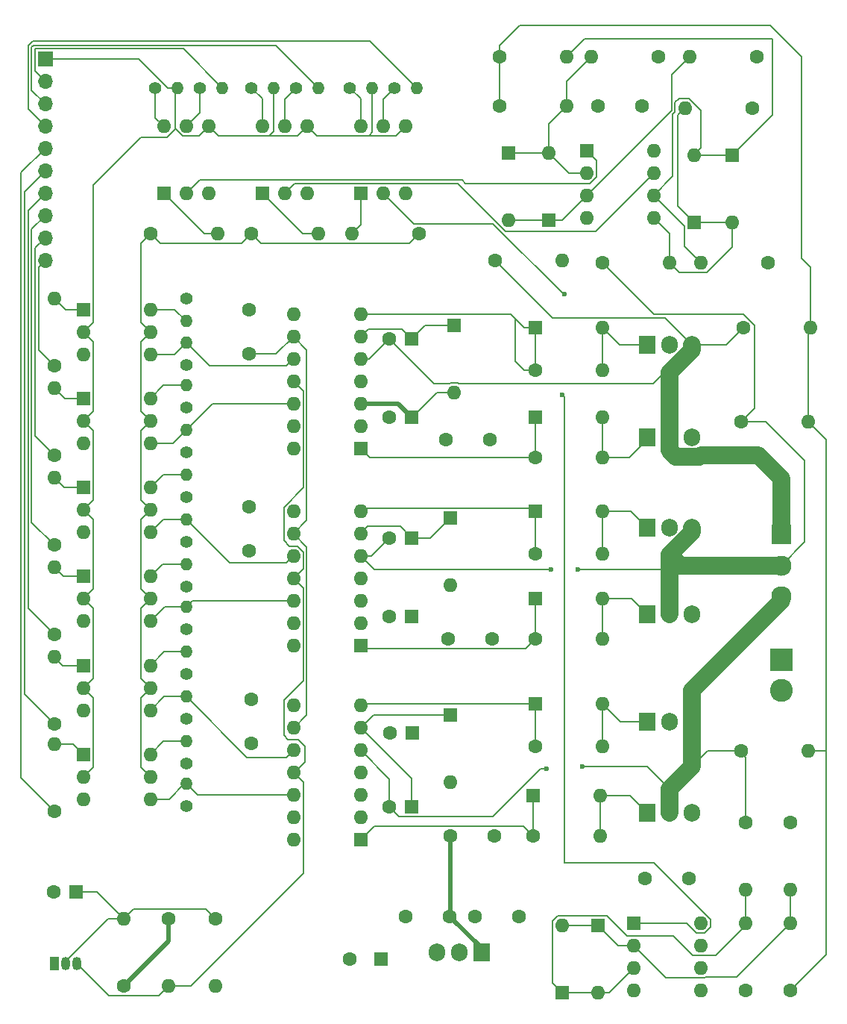
<source format=gbr>
%TF.GenerationSoftware,KiCad,Pcbnew,8.0.7*%
%TF.CreationDate,2025-01-10T08:42:05-05:00*%
%TF.ProjectId,esc,6573632e-6b69-4636-9164-5f7063625858,rev?*%
%TF.SameCoordinates,Original*%
%TF.FileFunction,Copper,L1,Top*%
%TF.FilePolarity,Positive*%
%FSLAX46Y46*%
G04 Gerber Fmt 4.6, Leading zero omitted, Abs format (unit mm)*
G04 Created by KiCad (PCBNEW 8.0.7) date 2025-01-10 08:42:05*
%MOMM*%
%LPD*%
G01*
G04 APERTURE LIST*
%TA.AperFunction,ComponentPad*%
%ADD10C,1.600000*%
%TD*%
%TA.AperFunction,ComponentPad*%
%ADD11O,1.600000X1.600000*%
%TD*%
%TA.AperFunction,ComponentPad*%
%ADD12R,2.600000X2.600000*%
%TD*%
%TA.AperFunction,ComponentPad*%
%ADD13C,2.600000*%
%TD*%
%TA.AperFunction,ComponentPad*%
%ADD14C,2.300000*%
%TD*%
%TA.AperFunction,ComponentPad*%
%ADD15R,2.300000X2.300000*%
%TD*%
%TA.AperFunction,ComponentPad*%
%ADD16R,1.600000X1.600000*%
%TD*%
%TA.AperFunction,ComponentPad*%
%ADD17C,1.400000*%
%TD*%
%TA.AperFunction,ComponentPad*%
%ADD18O,1.400000X1.400000*%
%TD*%
%TA.AperFunction,ComponentPad*%
%ADD19O,1.700000X1.700000*%
%TD*%
%TA.AperFunction,ComponentPad*%
%ADD20R,1.700000X1.700000*%
%TD*%
%TA.AperFunction,ComponentPad*%
%ADD21O,1.905000X2.000000*%
%TD*%
%TA.AperFunction,ComponentPad*%
%ADD22R,1.905000X2.000000*%
%TD*%
%TA.AperFunction,ComponentPad*%
%ADD23O,1.050000X1.500000*%
%TD*%
%TA.AperFunction,ComponentPad*%
%ADD24R,1.050000X1.500000*%
%TD*%
%TA.AperFunction,ViaPad*%
%ADD25C,0.600000*%
%TD*%
%TA.AperFunction,Conductor*%
%ADD26C,0.200000*%
%TD*%
%TA.AperFunction,Conductor*%
%ADD27C,2.000000*%
%TD*%
%TA.AperFunction,Conductor*%
%ADD28C,0.500000*%
%TD*%
G04 APERTURE END LIST*
D10*
%TO.P,R34,1*%
%TO.N,W_LO*%
X35306000Y-118110000D03*
D11*
%TO.P,R34,2*%
%TO.N,Net-(R34-Pad2)*%
X35306000Y-110490000D03*
%TD*%
D10*
%TO.P,R33,1*%
%TO.N,W_HI*%
X35306000Y-108204000D03*
D11*
%TO.P,R33,2*%
%TO.N,Net-(R33-Pad2)*%
X35306000Y-100584000D03*
%TD*%
D10*
%TO.P,R30,1*%
%TO.N,V_LO*%
X35306000Y-98044000D03*
D11*
%TO.P,R30,2*%
%TO.N,Net-(R30-Pad2)*%
X35306000Y-90424000D03*
%TD*%
D10*
%TO.P,R29,1*%
%TO.N,V_HI*%
X35306000Y-87884000D03*
D11*
%TO.P,R29,2*%
%TO.N,Net-(R29-Pad2)*%
X35306000Y-80264000D03*
%TD*%
D10*
%TO.P,R26,1*%
%TO.N,U_LO*%
X35306000Y-77724000D03*
D11*
%TO.P,R26,2*%
%TO.N,Net-(R26-Pad2)*%
X35306000Y-70104000D03*
%TD*%
D10*
%TO.P,R27,1*%
%TO.N,U_HI*%
X35306000Y-67564000D03*
D11*
%TO.P,R27,2*%
%TO.N,Net-(R27-Pad2)*%
X35306000Y-59944000D03*
%TD*%
D12*
%TO.P,J3,1,Pin_1*%
%TO.N,+12V*%
X117856000Y-100894000D03*
D13*
%TO.P,J3,2,Pin_2*%
%TO.N,GND*%
X117856000Y-104394000D03*
%TD*%
D14*
%TO.P,J2,3,Pin_3*%
%TO.N,W*%
X117856000Y-93726000D03*
%TO.P,J2,2,Pin_2*%
%TO.N,V*%
X117856000Y-90226000D03*
D15*
%TO.P,J2,1,Pin_1*%
%TO.N,U*%
X117856000Y-86726000D03*
%TD*%
D10*
%TO.P,C12,1*%
%TO.N,+12V*%
X80264000Y-120904000D03*
%TO.P,C12,2*%
%TO.N,GND*%
X85264000Y-120904000D03*
%TD*%
%TO.P,C18,1*%
%TO.N,+5V*%
X97068000Y-38100000D03*
%TO.P,C18,2*%
%TO.N,GND*%
X102068000Y-38100000D03*
%TD*%
%TO.P,C17,1*%
%TO.N,+5V*%
X102402000Y-125730000D03*
%TO.P,C17,2*%
%TO.N,GND*%
X107402000Y-125730000D03*
%TD*%
%TO.P,C16,2*%
%TO.N,GND*%
X88098000Y-130048000D03*
%TO.P,C16,1*%
%TO.N,+5V*%
X83098000Y-130048000D03*
%TD*%
%TO.P,C14,2*%
%TO.N,GND*%
X75224000Y-130048000D03*
%TO.P,C14,1*%
%TO.N,+12V*%
X80224000Y-130048000D03*
%TD*%
%TO.P,C9,2*%
%TO.N,GND*%
X57658000Y-105450000D03*
%TO.P,C9,1*%
%TO.N,+5V*%
X57658000Y-110450000D03*
%TD*%
%TO.P,C8,1*%
%TO.N,+12V*%
X80050000Y-98552000D03*
%TO.P,C8,2*%
%TO.N,GND*%
X85050000Y-98552000D03*
%TD*%
%TO.P,C5,1*%
%TO.N,+5V*%
X57404000Y-66254000D03*
%TO.P,C5,2*%
%TO.N,GND*%
X57404000Y-61254000D03*
%TD*%
%TO.P,C4,1*%
%TO.N,+5V*%
X57404000Y-88606000D03*
%TO.P,C4,2*%
%TO.N,GND*%
X57404000Y-83606000D03*
%TD*%
%TO.P,C3,1*%
%TO.N,+12V*%
X79771113Y-75946000D03*
%TO.P,C3,2*%
%TO.N,GND*%
X84771113Y-75946000D03*
%TD*%
%TO.P,C15,2*%
%TO.N,GND*%
X68890000Y-134874000D03*
D16*
%TO.P,C15,1*%
%TO.N,+5V*%
X72390000Y-134874000D03*
%TD*%
D10*
%TO.P,C13,2*%
%TO.N,GND*%
X35281113Y-127254000D03*
D16*
%TO.P,C13,1*%
%TO.N,Net-(Q7-B)*%
X37781113Y-127254000D03*
%TD*%
%TO.P,C11,1*%
%TO.N,Net-(D3-K)*%
X75881113Y-117602000D03*
D10*
%TO.P,C11,2*%
%TO.N,W*%
X73381113Y-117602000D03*
%TD*%
D16*
%TO.P,C10,1*%
%TO.N,+12V*%
X75946000Y-109220000D03*
D10*
%TO.P,C10,2*%
%TO.N,GND*%
X73446000Y-109220000D03*
%TD*%
D16*
%TO.P,C7,1*%
%TO.N,Net-(D2-K)*%
X75881113Y-87122000D03*
D10*
%TO.P,C7,2*%
%TO.N,V*%
X73381113Y-87122000D03*
%TD*%
D16*
%TO.P,C6,1*%
%TO.N,+12V*%
X75881113Y-96012000D03*
D10*
%TO.P,C6,2*%
%TO.N,GND*%
X73381113Y-96012000D03*
%TD*%
D16*
%TO.P,C2,1*%
%TO.N,Net-(D1-K)*%
X75881113Y-64516000D03*
D10*
%TO.P,C2,2*%
%TO.N,U*%
X73381113Y-64516000D03*
%TD*%
D16*
%TO.P,C1,1*%
%TO.N,+12V*%
X75881113Y-73406000D03*
D10*
%TO.P,C1,2*%
%TO.N,GND*%
X73381113Y-73406000D03*
%TD*%
%TO.P,R24,1*%
%TO.N,+5V*%
X76723000Y-52578000D03*
D11*
%TO.P,R24,2*%
%TO.N,Net-(R24-Pad2)*%
X69103000Y-52578000D03*
%TD*%
D17*
%TO.P,R46,1*%
%TO.N,Net-(R46-Pad1)*%
X46801000Y-36068000D03*
D18*
%TO.P,R46,2*%
%TO.N,GND_EXT*%
X49341000Y-36068000D03*
%TD*%
D17*
%TO.P,R45,1*%
%TO.N,Net-(R45-Pad1)*%
X57723000Y-36068000D03*
D18*
%TO.P,R45,2*%
%TO.N,GND_EXT*%
X60263000Y-36068000D03*
%TD*%
D17*
%TO.P,R44,1*%
%TO.N,Net-(R44-Pad1)*%
X68899000Y-36068000D03*
D18*
%TO.P,R44,2*%
%TO.N,GND_EXT*%
X71439000Y-36068000D03*
%TD*%
D17*
%TO.P,R43,1*%
%TO.N,Net-(R43-Pad1)*%
X51881000Y-36068000D03*
D18*
%TO.P,R43,2*%
%TO.N,U_SENSE*%
X54421000Y-36068000D03*
%TD*%
D17*
%TO.P,R42,1*%
%TO.N,Net-(R42-Pad1)*%
X62803000Y-36068000D03*
D18*
%TO.P,R42,2*%
%TO.N,V_SENSE*%
X65343000Y-36068000D03*
%TD*%
D17*
%TO.P,R41,1*%
%TO.N,Net-(R41-Pad1)*%
X73979000Y-36068000D03*
D18*
%TO.P,R41,2*%
%TO.N,W_SENSE*%
X76519000Y-36068000D03*
%TD*%
D19*
%TO.P,J1,10,U_HI*%
%TO.N,U_HI*%
X34290000Y-55626000D03*
%TO.P,J1,9,U_LO*%
%TO.N,U_LO*%
X34290000Y-53086000D03*
%TO.P,J1,8,V_HI*%
%TO.N,V_HI*%
X34290000Y-50546000D03*
%TO.P,J1,7,V_LO*%
%TO.N,V_LO*%
X34290000Y-48006000D03*
%TO.P,J1,6,W_HI*%
%TO.N,W_HI*%
X34290000Y-45466000D03*
%TO.P,J1,5,W_LO*%
%TO.N,W_LO*%
X34290000Y-42926000D03*
%TO.P,J1,4,W_SENSE*%
%TO.N,W_SENSE*%
X34290000Y-40386000D03*
%TO.P,J1,3,V_SENSE*%
%TO.N,V_SENSE*%
X34290000Y-37846000D03*
%TO.P,J1,2,U_SENSE*%
%TO.N,U_SENSE*%
X34290000Y-35306000D03*
D20*
%TO.P,J1,1,EXT_GND*%
%TO.N,GND_EXT*%
X34290000Y-32766000D03*
%TD*%
D17*
%TO.P,R52,1*%
%TO.N,GND*%
X50292000Y-117552000D03*
D18*
%TO.P,R52,2*%
%TO.N,Net-(U3-LIN)*%
X50292000Y-115012000D03*
%TD*%
D17*
%TO.P,R51,1*%
%TO.N,GND*%
X50292000Y-107646000D03*
D18*
%TO.P,R51,2*%
%TO.N,Net-(U3-HIN)*%
X50292000Y-105106000D03*
%TD*%
D17*
%TO.P,R50,1*%
%TO.N,GND*%
X50292000Y-97486000D03*
D18*
%TO.P,R50,2*%
%TO.N,Net-(U2-LIN)*%
X50292000Y-94946000D03*
%TD*%
D17*
%TO.P,R49,1*%
%TO.N,GND*%
X50292000Y-87580000D03*
D18*
%TO.P,R49,2*%
%TO.N,Net-(U2-HIN)*%
X50292000Y-85040000D03*
%TD*%
D17*
%TO.P,R48,1*%
%TO.N,GND*%
X50292000Y-77420000D03*
D18*
%TO.P,R48,2*%
%TO.N,Net-(U1-LIN)*%
X50292000Y-74880000D03*
%TD*%
D17*
%TO.P,R47,1*%
%TO.N,GND*%
X50292000Y-67514000D03*
D18*
%TO.P,R47,2*%
%TO.N,Net-(U1-HIN)*%
X50292000Y-64974000D03*
%TD*%
D17*
%TO.P,R36,1*%
%TO.N,GND*%
X50292000Y-112726000D03*
D18*
%TO.P,R36,2*%
%TO.N,Net-(R36-Pad2)*%
X50292000Y-110186000D03*
%TD*%
D17*
%TO.P,R35,1*%
%TO.N,GND*%
X50292000Y-102566000D03*
D18*
%TO.P,R35,2*%
%TO.N,Net-(R35-Pad2)*%
X50292000Y-100026000D03*
%TD*%
D17*
%TO.P,R32,1*%
%TO.N,GND*%
X50292000Y-92660000D03*
D18*
%TO.P,R32,2*%
%TO.N,Net-(R32-Pad2)*%
X50292000Y-90120000D03*
%TD*%
%TO.P,R31,2*%
%TO.N,Net-(R31-Pad2)*%
X50292000Y-79960000D03*
D17*
%TO.P,R31,1*%
%TO.N,GND*%
X50292000Y-82500000D03*
%TD*%
D18*
%TO.P,R28,2*%
%TO.N,Net-(R28-Pad2)*%
X50292000Y-69800000D03*
D17*
%TO.P,R28,1*%
%TO.N,GND*%
X50292000Y-72340000D03*
%TD*%
D18*
%TO.P,R25,2*%
%TO.N,Net-(R25-Pad2)*%
X50292000Y-62534000D03*
D17*
%TO.P,R25,1*%
%TO.N,GND*%
X50292000Y-59994000D03*
%TD*%
D10*
%TO.P,R12,1*%
%TO.N,+5V*%
X46243000Y-52578000D03*
D11*
%TO.P,R12,2*%
%TO.N,Net-(R12-Pad2)*%
X53863000Y-52578000D03*
%TD*%
%TO.P,U7,6*%
%TO.N,Net-(R46-Pad1)*%
X47777000Y-40401000D03*
%TO.P,U7,5*%
%TO.N,Net-(R43-Pad1)*%
X50317000Y-40401000D03*
%TO.P,U7,4*%
%TO.N,GND_EXT*%
X52857000Y-40401000D03*
%TO.P,U7,3,NC*%
%TO.N,unconnected-(U7-NC-Pad3)*%
X52857000Y-48021000D03*
%TO.P,U7,2*%
%TO.N,Net-(U4-Pad1)*%
X50317000Y-48021000D03*
D16*
%TO.P,U7,1*%
%TO.N,Net-(R12-Pad2)*%
X47777000Y-48021000D03*
%TD*%
D11*
%TO.P,R38,2*%
%TO.N,Net-(Q7-C)*%
X48260000Y-137922000D03*
D10*
%TO.P,R38,1*%
%TO.N,+5V*%
X48260000Y-130302000D03*
%TD*%
D11*
%TO.P,D14,2,A*%
%TO.N,Net-(D14-A)*%
X97536000Y-105918000D03*
D16*
%TO.P,D14,1,K*%
%TO.N,Net-(D14-K)*%
X89916000Y-105918000D03*
%TD*%
%TO.P,U11,1*%
%TO.N,Net-(R26-Pad2)*%
X38608000Y-71304153D03*
D11*
%TO.P,U11,2*%
%TO.N,GND_EXT*%
X38608000Y-73844153D03*
%TO.P,U11,3,NC*%
%TO.N,unconnected-(U11-NC-Pad3)*%
X38608000Y-76384153D03*
%TO.P,U11,4*%
%TO.N,Net-(U1-LIN)*%
X46228000Y-76384153D03*
%TO.P,U11,5*%
%TO.N,+5V*%
X46228000Y-73844153D03*
%TO.P,U11,6*%
%TO.N,Net-(R28-Pad2)*%
X46228000Y-71304153D03*
%TD*%
%TO.P,R14,2*%
%TO.N,Net-(D4-A)*%
X96266000Y-32512000D03*
D10*
%TO.P,R14,1*%
%TO.N,GND*%
X103886000Y-32512000D03*
%TD*%
D11*
%TO.P,R2,2*%
%TO.N,Net-(D10-A)*%
X97536000Y-68072000D03*
D10*
%TO.P,R2,1*%
%TO.N,Net-(D10-K)*%
X89916000Y-68072000D03*
%TD*%
D11*
%TO.P,R22,2*%
%TO.N,Net-(D8-K)*%
X113792000Y-130810000D03*
D10*
%TO.P,R22,1*%
%TO.N,GND*%
X113792000Y-138430000D03*
%TD*%
D11*
%TO.P,R4,2*%
%TO.N,Net-(R10-Pad1)*%
X121158000Y-63246000D03*
D10*
%TO.P,R4,1*%
%TO.N,U*%
X113538000Y-63246000D03*
%TD*%
D11*
%TO.P,R20,2*%
%TO.N,Net-(D8-K)*%
X113792000Y-127000000D03*
D10*
%TO.P,R20,1*%
%TO.N,W*%
X113792000Y-119380000D03*
%TD*%
D11*
%TO.P,U8,6*%
%TO.N,Net-(R45-Pad1)*%
X58943000Y-40376000D03*
%TO.P,U8,5*%
%TO.N,Net-(R42-Pad1)*%
X61483000Y-40376000D03*
%TO.P,U8,4*%
%TO.N,GND_EXT*%
X64023000Y-40376000D03*
%TO.P,U8,3,NC*%
%TO.N,unconnected-(U8-NC-Pad3)*%
X64023000Y-47996000D03*
%TO.P,U8,2*%
%TO.N,Net-(U4-Pad7)*%
X61483000Y-47996000D03*
D16*
%TO.P,U8,1*%
%TO.N,Net-(R19-Pad2)*%
X58943000Y-47996000D03*
%TD*%
D10*
%TO.P,R3,1*%
%TO.N,Net-(D12-K)*%
X89916000Y-88900000D03*
D11*
%TO.P,R3,2*%
%TO.N,Net-(D12-A)*%
X97536000Y-88900000D03*
%TD*%
%TO.P,R16,2*%
%TO.N,Net-(D6-A)*%
X93472000Y-32512000D03*
D10*
%TO.P,R16,1*%
%TO.N,Net-(R10-Pad1)*%
X85852000Y-32512000D03*
%TD*%
D11*
%TO.P,R21,2*%
%TO.N,Net-(D8-A)*%
X118872000Y-130810000D03*
D10*
%TO.P,R21,1*%
%TO.N,Net-(R10-Pad1)*%
X118872000Y-138430000D03*
%TD*%
D11*
%TO.P,R1,2*%
%TO.N,Net-(D11-A)*%
X97536000Y-77978000D03*
D10*
%TO.P,R1,1*%
%TO.N,Net-(D11-K)*%
X89916000Y-77978000D03*
%TD*%
D11*
%TO.P,D2,2,A*%
%TO.N,+12V*%
X80250000Y-92456000D03*
D16*
%TO.P,D2,1,K*%
%TO.N,Net-(D2-K)*%
X80250000Y-84836000D03*
%TD*%
D11*
%TO.P,R18,2*%
%TO.N,Net-(D6-A)*%
X108712000Y-55880000D03*
D10*
%TO.P,R18,1*%
%TO.N,GND*%
X116332000Y-55880000D03*
%TD*%
D21*
%TO.P,Q6,3,S*%
%TO.N,GND*%
X107696000Y-118293000D03*
%TO.P,Q6,2,D*%
%TO.N,W*%
X105156000Y-118293000D03*
D22*
%TO.P,Q6,1,G*%
%TO.N,Net-(D15-A)*%
X102616000Y-118293000D03*
%TD*%
D11*
%TO.P,D3,2,A*%
%TO.N,+12V*%
X80250000Y-114808000D03*
D16*
%TO.P,D3,1,K*%
%TO.N,Net-(D3-K)*%
X80250000Y-107188000D03*
%TD*%
D11*
%TO.P,R19,2*%
%TO.N,Net-(R19-Pad2)*%
X65293000Y-52578000D03*
D10*
%TO.P,R19,1*%
%TO.N,+5V*%
X57673000Y-52578000D03*
%TD*%
D11*
%TO.P,D8,2,A*%
%TO.N,Net-(D8-A)*%
X92964000Y-131064000D03*
D16*
%TO.P,D8,1,K*%
%TO.N,Net-(D8-K)*%
X92964000Y-138684000D03*
%TD*%
D11*
%TO.P,R15,2*%
%TO.N,Net-(D6-K)*%
X105156000Y-55880000D03*
D10*
%TO.P,R15,1*%
%TO.N,V*%
X97536000Y-55880000D03*
%TD*%
D11*
%TO.P,U10,6*%
%TO.N,Net-(R25-Pad2)*%
X46228000Y-61214000D03*
%TO.P,U10,5*%
%TO.N,+5V*%
X46228000Y-63754000D03*
%TO.P,U10,4*%
%TO.N,Net-(U1-HIN)*%
X46228000Y-66294000D03*
%TO.P,U10,3,NC*%
%TO.N,unconnected-(U10-NC-Pad3)*%
X38608000Y-66294000D03*
%TO.P,U10,2*%
%TO.N,GND_EXT*%
X38608000Y-63754000D03*
D16*
%TO.P,U10,1*%
%TO.N,Net-(R27-Pad2)*%
X38608000Y-61214000D03*
%TD*%
%TO.P,U15,1*%
%TO.N,Net-(R34-Pad2)*%
X38608000Y-111664765D03*
D11*
%TO.P,U15,2*%
%TO.N,GND_EXT*%
X38608000Y-114204765D03*
%TO.P,U15,3,NC*%
%TO.N,unconnected-(U15-NC-Pad3)*%
X38608000Y-116744765D03*
%TO.P,U15,4*%
%TO.N,Net-(U3-LIN)*%
X46228000Y-116744765D03*
%TO.P,U15,5*%
%TO.N,+5V*%
X46228000Y-114204765D03*
%TO.P,U15,6*%
%TO.N,Net-(R36-Pad2)*%
X46228000Y-111664765D03*
%TD*%
D10*
%TO.P,R9,1*%
%TO.N,W*%
X113284000Y-111252000D03*
D11*
%TO.P,R9,2*%
%TO.N,Net-(R10-Pad1)*%
X120904000Y-111252000D03*
%TD*%
D10*
%TO.P,R7,1*%
%TO.N,Net-(D14-K)*%
X89916000Y-110744000D03*
D11*
%TO.P,R7,2*%
%TO.N,Net-(D14-A)*%
X97536000Y-110744000D03*
%TD*%
%TO.P,D7,2,A*%
%TO.N,Net-(D6-K)*%
X112268000Y-51308000D03*
D16*
%TO.P,D7,1,K*%
%TO.N,Net-(D6-A)*%
X112268000Y-43688000D03*
%TD*%
%TO.P,D13,1,K*%
%TO.N,Net-(D13-K)*%
X89916000Y-93980000D03*
D11*
%TO.P,D13,2,A*%
%TO.N,Net-(D13-A)*%
X97536000Y-93980000D03*
%TD*%
%TO.P,R10,2*%
%TO.N,Net-(D4-A)*%
X93472000Y-38100000D03*
D10*
%TO.P,R10,1*%
%TO.N,Net-(R10-Pad1)*%
X85852000Y-38100000D03*
%TD*%
D11*
%TO.P,U2,14,NC*%
%TO.N,unconnected-(U2-NC-Pad14)*%
X62474000Y-99319000D03*
%TO.P,U2,13,VSS*%
%TO.N,GND*%
X62474000Y-96779000D03*
%TO.P,U2,12,LIN*%
%TO.N,Net-(U2-LIN)*%
X62474000Y-94239000D03*
%TO.P,U2,11,SD*%
%TO.N,Net-(Q7-C)*%
X62474000Y-91699000D03*
%TO.P,U2,10,HIN*%
%TO.N,Net-(U2-HIN)*%
X62474000Y-89159000D03*
%TO.P,U2,9,VDD*%
%TO.N,+5V*%
X62474000Y-86619000D03*
%TO.P,U2,8,NC*%
%TO.N,unconnected-(U2-NC-Pad8)*%
X62474000Y-84079000D03*
%TO.P,U2,7,HO*%
%TO.N,Net-(D12-K)*%
X70094000Y-84079000D03*
%TO.P,U2,6,VB*%
%TO.N,Net-(D2-K)*%
X70094000Y-86619000D03*
%TO.P,U2,5,VS*%
%TO.N,V*%
X70094000Y-89159000D03*
%TO.P,U2,4,NC*%
%TO.N,unconnected-(U2-NC-Pad4)*%
X70094000Y-91699000D03*
%TO.P,U2,3,VCC*%
%TO.N,+12V*%
X70094000Y-94239000D03*
%TO.P,U2,2,COM*%
%TO.N,GND*%
X70094000Y-96779000D03*
D16*
%TO.P,U2,1,LO*%
%TO.N,Net-(D13-K)*%
X70094000Y-99319000D03*
%TD*%
D11*
%TO.P,R17,2*%
%TO.N,Net-(D6-K)*%
X106934000Y-38354000D03*
D10*
%TO.P,R17,1*%
%TO.N,GND*%
X114554000Y-38354000D03*
%TD*%
%TO.P,R6,1*%
%TO.N,V*%
X113284000Y-73914000D03*
D11*
%TO.P,R6,2*%
%TO.N,Net-(R10-Pad1)*%
X120904000Y-73914000D03*
%TD*%
%TO.P,D5,2,A*%
%TO.N,Net-(D4-K)*%
X86868000Y-51054000D03*
D16*
%TO.P,D5,1,K*%
%TO.N,Net-(D4-A)*%
X86868000Y-43434000D03*
%TD*%
D11*
%TO.P,D4,2,A*%
%TO.N,Net-(D4-A)*%
X91440000Y-43434000D03*
D16*
%TO.P,D4,1,K*%
%TO.N,Net-(D4-K)*%
X91440000Y-51054000D03*
%TD*%
D10*
%TO.P,R8,1*%
%TO.N,Net-(D15-K)*%
X89662000Y-120904000D03*
D11*
%TO.P,R8,2*%
%TO.N,Net-(D15-A)*%
X97282000Y-120904000D03*
%TD*%
D23*
%TO.P,Q7,3,C*%
%TO.N,Net-(Q7-C)*%
X37846000Y-135382000D03*
%TO.P,Q7,2,B*%
%TO.N,Net-(Q7-B)*%
X36576000Y-135382000D03*
D24*
%TO.P,Q7,1,E*%
%TO.N,GND*%
X35306000Y-135382000D03*
%TD*%
D16*
%TO.P,U14,1*%
%TO.N,Net-(R33-Pad2)*%
X38608000Y-101574612D03*
D11*
%TO.P,U14,2*%
%TO.N,GND_EXT*%
X38608000Y-104114612D03*
%TO.P,U14,3,NC*%
%TO.N,unconnected-(U14-NC-Pad3)*%
X38608000Y-106654612D03*
%TO.P,U14,4*%
%TO.N,Net-(U3-HIN)*%
X46228000Y-106654612D03*
%TO.P,U14,5*%
%TO.N,+5V*%
X46228000Y-104114612D03*
%TO.P,U14,6*%
%TO.N,Net-(R35-Pad2)*%
X46228000Y-101574612D03*
%TD*%
D16*
%TO.P,D12,1,K*%
%TO.N,Net-(D12-K)*%
X89916000Y-84074000D03*
D11*
%TO.P,D12,2,A*%
%TO.N,Net-(D12-A)*%
X97536000Y-84074000D03*
%TD*%
D16*
%TO.P,U4,1*%
%TO.N,Net-(U4-Pad1)*%
X95758000Y-43180000D03*
D11*
%TO.P,U4,2,-*%
%TO.N,Net-(D4-A)*%
X95758000Y-45720000D03*
%TO.P,U4,3,+*%
%TO.N,Net-(D4-K)*%
X95758000Y-48260000D03*
%TO.P,U4,4,V-*%
%TO.N,GND*%
X95758000Y-50800000D03*
%TO.P,U4,5,+*%
%TO.N,Net-(D6-K)*%
X103378000Y-50800000D03*
%TO.P,U4,6,-*%
%TO.N,Net-(D6-A)*%
X103378000Y-48260000D03*
%TO.P,U4,7*%
%TO.N,Net-(U4-Pad7)*%
X103378000Y-45720000D03*
%TO.P,U4,8,V+*%
%TO.N,+5V*%
X103378000Y-43180000D03*
%TD*%
D22*
%TO.P,U6,1,VI*%
%TO.N,+12V*%
X83820000Y-134112000D03*
D21*
%TO.P,U6,2,GND*%
%TO.N,GND*%
X81280000Y-134112000D03*
%TO.P,U6,3,VO*%
%TO.N,+5V*%
X78740000Y-134112000D03*
%TD*%
D11*
%TO.P,R11,2*%
%TO.N,Net-(D4-K)*%
X92964000Y-55626000D03*
D10*
%TO.P,R11,1*%
%TO.N,U*%
X85344000Y-55626000D03*
%TD*%
D21*
%TO.P,Q3,3,S*%
%TO.N,V*%
X107696000Y-85919000D03*
%TO.P,Q3,2,D*%
%TO.N,+12V*%
X105156000Y-85919000D03*
D22*
%TO.P,Q3,1,G*%
%TO.N,Net-(D12-A)*%
X102616000Y-85919000D03*
%TD*%
D11*
%TO.P,R13,2*%
%TO.N,Net-(D4-K)*%
X107442000Y-32512000D03*
D10*
%TO.P,R13,1*%
%TO.N,GND*%
X115062000Y-32512000D03*
%TD*%
D11*
%TO.P,U9,6*%
%TO.N,Net-(R44-Pad1)*%
X70134000Y-40376000D03*
%TO.P,U9,5*%
%TO.N,Net-(R41-Pad1)*%
X72674000Y-40376000D03*
%TO.P,U9,4*%
%TO.N,GND_EXT*%
X75214000Y-40376000D03*
%TO.P,U9,3,NC*%
%TO.N,unconnected-(U9-NC-Pad3)*%
X75214000Y-47996000D03*
%TO.P,U9,2*%
%TO.N,Net-(U5-Pad1)*%
X72674000Y-47996000D03*
D16*
%TO.P,U9,1*%
%TO.N,Net-(R24-Pad2)*%
X70134000Y-47996000D03*
%TD*%
D22*
%TO.P,Q4,1,G*%
%TO.N,Net-(D13-A)*%
X102616000Y-95758000D03*
D21*
%TO.P,Q4,2,D*%
%TO.N,V*%
X105156000Y-95758000D03*
%TO.P,Q4,3,S*%
%TO.N,GND*%
X107696000Y-95758000D03*
%TD*%
D11*
%TO.P,D6,2,A*%
%TO.N,Net-(D6-A)*%
X107950000Y-43688000D03*
D16*
%TO.P,D6,1,K*%
%TO.N,Net-(D6-K)*%
X107950000Y-51308000D03*
%TD*%
D11*
%TO.P,D1,2,A*%
%TO.N,+12V*%
X80707113Y-70612000D03*
D16*
%TO.P,D1,1,K*%
%TO.N,Net-(D1-K)*%
X80707113Y-62992000D03*
%TD*%
D11*
%TO.P,U12,6*%
%TO.N,Net-(R31-Pad2)*%
X46228000Y-81394306D03*
%TO.P,U12,5*%
%TO.N,+5V*%
X46228000Y-83934306D03*
%TO.P,U12,4*%
%TO.N,Net-(U2-HIN)*%
X46228000Y-86474306D03*
%TO.P,U12,3,NC*%
%TO.N,unconnected-(U12-NC-Pad3)*%
X38608000Y-86474306D03*
%TO.P,U12,2*%
%TO.N,GND_EXT*%
X38608000Y-83934306D03*
D16*
%TO.P,U12,1*%
%TO.N,Net-(R29-Pad2)*%
X38608000Y-81394306D03*
%TD*%
D21*
%TO.P,Q5,3,S*%
%TO.N,W*%
X107696000Y-107950000D03*
%TO.P,Q5,2,D*%
%TO.N,+12V*%
X105156000Y-107950000D03*
D22*
%TO.P,Q5,1,G*%
%TO.N,Net-(D14-A)*%
X102616000Y-107950000D03*
%TD*%
%TO.P,Q2,1,G*%
%TO.N,Net-(D11-A)*%
X102616000Y-75692000D03*
D21*
%TO.P,Q2,2,D*%
%TO.N,U*%
X105156000Y-75692000D03*
%TO.P,Q2,3,S*%
%TO.N,GND*%
X107696000Y-75692000D03*
%TD*%
D11*
%TO.P,U5,8,V+*%
%TO.N,+5V*%
X108722000Y-130820000D03*
%TO.P,U5,7*%
%TO.N,GND*%
X108722000Y-133360000D03*
%TO.P,U5,6,-*%
X108722000Y-135900000D03*
%TO.P,U5,5,+*%
X108722000Y-138440000D03*
%TO.P,U5,4,V-*%
X101102000Y-138440000D03*
%TO.P,U5,3,+*%
%TO.N,Net-(D8-K)*%
X101102000Y-135900000D03*
%TO.P,U5,2,-*%
%TO.N,Net-(D8-A)*%
X101102000Y-133360000D03*
D16*
%TO.P,U5,1*%
%TO.N,Net-(U5-Pad1)*%
X101102000Y-130820000D03*
%TD*%
D11*
%TO.P,D15,2,A*%
%TO.N,Net-(D15-A)*%
X97282000Y-116332000D03*
D16*
%TO.P,D15,1,K*%
%TO.N,Net-(D15-K)*%
X89662000Y-116332000D03*
%TD*%
D11*
%TO.P,D9,2,A*%
%TO.N,Net-(D8-K)*%
X97028000Y-138684000D03*
D16*
%TO.P,D9,1,K*%
%TO.N,Net-(D8-A)*%
X97028000Y-131064000D03*
%TD*%
D11*
%TO.P,D10,2,A*%
%TO.N,Net-(D10-A)*%
X97536000Y-63246000D03*
D16*
%TO.P,D10,1,K*%
%TO.N,Net-(D10-K)*%
X89916000Y-63246000D03*
%TD*%
D11*
%TO.P,R23,2*%
%TO.N,Net-(D8-A)*%
X118872000Y-127000000D03*
D10*
%TO.P,R23,1*%
%TO.N,GND*%
X118872000Y-119380000D03*
%TD*%
D22*
%TO.P,Q1,1,G*%
%TO.N,Net-(D10-A)*%
X102616000Y-65207000D03*
D21*
%TO.P,Q1,2,D*%
%TO.N,+12V*%
X105156000Y-65207000D03*
%TO.P,Q1,3,S*%
%TO.N,U*%
X107696000Y-65207000D03*
%TD*%
D10*
%TO.P,R5,1*%
%TO.N,Net-(D13-K)*%
X89916000Y-98552000D03*
D11*
%TO.P,R5,2*%
%TO.N,Net-(D13-A)*%
X97536000Y-98552000D03*
%TD*%
%TO.P,U13,6*%
%TO.N,Net-(R32-Pad2)*%
X46228000Y-91484459D03*
%TO.P,U13,5*%
%TO.N,+5V*%
X46228000Y-94024459D03*
%TO.P,U13,4*%
%TO.N,Net-(U2-LIN)*%
X46228000Y-96564459D03*
%TO.P,U13,3,NC*%
%TO.N,unconnected-(U13-NC-Pad3)*%
X38608000Y-96564459D03*
%TO.P,U13,2*%
%TO.N,GND_EXT*%
X38608000Y-94024459D03*
D16*
%TO.P,U13,1*%
%TO.N,Net-(R30-Pad2)*%
X38608000Y-91484459D03*
%TD*%
D11*
%TO.P,R37,2*%
%TO.N,Net-(Q7-B)*%
X43180000Y-130302000D03*
D10*
%TO.P,R37,1*%
%TO.N,+5V*%
X43180000Y-137922000D03*
%TD*%
D11*
%TO.P,U3,14,NC*%
%TO.N,unconnected-(U3-NC-Pad14)*%
X62474000Y-121350000D03*
%TO.P,U3,13,VSS*%
%TO.N,GND*%
X62474000Y-118810000D03*
%TO.P,U3,12,LIN*%
%TO.N,Net-(U3-LIN)*%
X62474000Y-116270000D03*
%TO.P,U3,11,SD*%
%TO.N,Net-(Q7-C)*%
X62474000Y-113730000D03*
%TO.P,U3,10,HIN*%
%TO.N,Net-(U3-HIN)*%
X62474000Y-111190000D03*
%TO.P,U3,9,VDD*%
%TO.N,+5V*%
X62474000Y-108650000D03*
%TO.P,U3,8,NC*%
%TO.N,unconnected-(U3-NC-Pad8)*%
X62474000Y-106110000D03*
%TO.P,U3,7,HO*%
%TO.N,Net-(D14-K)*%
X70094000Y-106110000D03*
%TO.P,U3,6,VB*%
%TO.N,Net-(D3-K)*%
X70094000Y-108650000D03*
%TO.P,U3,5,VS*%
%TO.N,W*%
X70094000Y-111190000D03*
%TO.P,U3,4,NC*%
%TO.N,unconnected-(U3-NC-Pad4)*%
X70094000Y-113730000D03*
%TO.P,U3,3,VCC*%
%TO.N,+12V*%
X70094000Y-116270000D03*
%TO.P,U3,2,COM*%
%TO.N,GND*%
X70094000Y-118810000D03*
D16*
%TO.P,U3,1,LO*%
%TO.N,Net-(D15-K)*%
X70094000Y-121350000D03*
%TD*%
D11*
%TO.P,D11,2,A*%
%TO.N,Net-(D11-A)*%
X97536000Y-73406000D03*
D16*
%TO.P,D11,1,K*%
%TO.N,Net-(D11-K)*%
X89916000Y-73406000D03*
%TD*%
D11*
%TO.P,U1,14,NC*%
%TO.N,unconnected-(U1-NC-Pad14)*%
X62484000Y-76962000D03*
%TO.P,U1,13,VSS*%
%TO.N,GND*%
X62484000Y-74422000D03*
%TO.P,U1,12,LIN*%
%TO.N,Net-(U1-LIN)*%
X62484000Y-71882000D03*
%TO.P,U1,11,SD*%
%TO.N,Net-(Q7-C)*%
X62484000Y-69342000D03*
%TO.P,U1,10,HIN*%
%TO.N,Net-(U1-HIN)*%
X62484000Y-66802000D03*
%TO.P,U1,9,VDD*%
%TO.N,+5V*%
X62484000Y-64262000D03*
%TO.P,U1,8,NC*%
%TO.N,unconnected-(U1-NC-Pad8)*%
X62484000Y-61722000D03*
%TO.P,U1,7,HO*%
%TO.N,Net-(D10-K)*%
X70104000Y-61722000D03*
%TO.P,U1,6,VB*%
%TO.N,Net-(D1-K)*%
X70104000Y-64262000D03*
%TO.P,U1,5,VS*%
%TO.N,U*%
X70104000Y-66802000D03*
%TO.P,U1,4,NC*%
%TO.N,unconnected-(U1-NC-Pad4)*%
X70104000Y-69342000D03*
%TO.P,U1,3,VCC*%
%TO.N,+12V*%
X70104000Y-71882000D03*
%TO.P,U1,2,COM*%
%TO.N,GND*%
X70104000Y-74422000D03*
D16*
%TO.P,U1,1,LO*%
%TO.N,Net-(D11-K)*%
X70104000Y-76962000D03*
%TD*%
D11*
%TO.P,R39,2*%
%TO.N,GND*%
X53594000Y-137922000D03*
D10*
%TO.P,R39,1*%
%TO.N,Net-(Q7-B)*%
X53594000Y-130302000D03*
%TD*%
D25*
%TO.N,W*%
X95250000Y-113030000D03*
X91186000Y-113284000D03*
%TO.N,V*%
X94742000Y-90678000D03*
X91694000Y-90678000D03*
%TO.N,Net-(U5-Pad1)*%
X93218000Y-59436000D03*
X92964000Y-70866000D03*
%TD*%
D26*
%TO.N,V_LO*%
X32340000Y-49956000D02*
X34290000Y-48006000D01*
X32340000Y-95078000D02*
X32340000Y-49956000D01*
X35306000Y-98044000D02*
X32340000Y-95078000D01*
%TO.N,W_LO*%
X31540000Y-45676000D02*
X34290000Y-42926000D01*
X31540000Y-114344000D02*
X31540000Y-45676000D01*
X35306000Y-118110000D02*
X31540000Y-114344000D01*
%TO.N,Net-(R34-Pad2)*%
X37433235Y-110490000D02*
X38608000Y-111664765D01*
X35306000Y-110490000D02*
X37433235Y-110490000D01*
%TO.N,W_HI*%
X31940000Y-47816000D02*
X34290000Y-45466000D01*
X31940000Y-104838000D02*
X31940000Y-47816000D01*
X35306000Y-108204000D02*
X31940000Y-104838000D01*
%TO.N,Net-(R33-Pad2)*%
X36296612Y-101574612D02*
X38608000Y-101574612D01*
X35306000Y-100584000D02*
X36296612Y-101574612D01*
%TO.N,Net-(R30-Pad2)*%
X36366459Y-91484459D02*
X35306000Y-90424000D01*
X38608000Y-91484459D02*
X36366459Y-91484459D01*
%TO.N,V_HI*%
X32740000Y-52096000D02*
X34290000Y-50546000D01*
X32740000Y-85318000D02*
X32740000Y-52096000D01*
X35306000Y-87884000D02*
X32740000Y-85318000D01*
%TO.N,Net-(R29-Pad2)*%
X36436306Y-81394306D02*
X38608000Y-81394306D01*
X35306000Y-80264000D02*
X36436306Y-81394306D01*
%TO.N,U_LO*%
X33140000Y-54236000D02*
X34290000Y-53086000D01*
X33140000Y-75558000D02*
X33140000Y-54236000D01*
X35306000Y-77724000D02*
X33140000Y-75558000D01*
%TO.N,Net-(R26-Pad2)*%
X36506153Y-71304153D02*
X38608000Y-71304153D01*
X35306000Y-70104000D02*
X36506153Y-71304153D01*
%TO.N,Net-(R27-Pad2)*%
X36576000Y-61214000D02*
X38608000Y-61214000D01*
X35306000Y-59944000D02*
X36576000Y-61214000D01*
%TO.N,U_HI*%
X33540000Y-56376000D02*
X34290000Y-55626000D01*
X33540000Y-65798000D02*
X33540000Y-56376000D01*
X35306000Y-67564000D02*
X33540000Y-65798000D01*
%TO.N,Net-(Q7-C)*%
X63574000Y-114830000D02*
X62474000Y-113730000D01*
X63574000Y-125148000D02*
X63574000Y-114830000D01*
X48260000Y-137922000D02*
X50800000Y-137922000D01*
X50800000Y-137922000D02*
X63574000Y-125148000D01*
X63754000Y-112517000D02*
X62474000Y-113797000D01*
X63754000Y-110735682D02*
X63754000Y-112517000D01*
X63000318Y-109982000D02*
X63754000Y-110735682D01*
X61843365Y-109982000D02*
X63000318Y-109982000D01*
X61374000Y-105504000D02*
X61374000Y-109512635D01*
X63574000Y-103304000D02*
X61374000Y-105504000D01*
X63574000Y-92799000D02*
X63574000Y-103304000D01*
X61374000Y-109512635D02*
X61843365Y-109982000D01*
X62474000Y-91699000D02*
X63574000Y-92799000D01*
D27*
%TO.N,W*%
X107696000Y-104394000D02*
X107696000Y-107950000D01*
X117856000Y-94234000D02*
X107696000Y-104394000D01*
X117856000Y-93726000D02*
X117856000Y-94234000D01*
D28*
%TO.N,+12V*%
X83820000Y-133644000D02*
X83820000Y-134112000D01*
X80224000Y-130048000D02*
X83820000Y-133644000D01*
X80264000Y-130008000D02*
X80224000Y-130048000D01*
X80264000Y-120904000D02*
X80264000Y-130008000D01*
D26*
%TO.N,Net-(D2-K)*%
X74578114Y-85819001D02*
X75881113Y-87122000D01*
X70893999Y-85819001D02*
X74578114Y-85819001D01*
X70094000Y-86619000D02*
X70893999Y-85819001D01*
%TO.N,Net-(R10-Pad1)*%
X85852000Y-38100000D02*
X85852000Y-32512000D01*
%TO.N,GND_EXT*%
X45125472Y-41656000D02*
X48077635Y-41656000D01*
X48077635Y-41656000D02*
X49022000Y-40711635D01*
X39708000Y-47073472D02*
X45125472Y-41656000D01*
X39708000Y-62654000D02*
X39708000Y-47073472D01*
X38608000Y-63754000D02*
X39708000Y-62654000D01*
X39708000Y-113104765D02*
X38608000Y-114204765D01*
X38608000Y-104114612D02*
X39708000Y-105214612D01*
X39708000Y-105214612D02*
X39708000Y-113104765D01*
X39708000Y-95124459D02*
X39708000Y-103014612D01*
X38608000Y-94024459D02*
X39708000Y-95124459D01*
X39708000Y-103014612D02*
X38608000Y-104114612D01*
X39708000Y-92924459D02*
X38608000Y-94024459D01*
X39708000Y-85034306D02*
X39708000Y-92924459D01*
X38608000Y-83934306D02*
X39708000Y-85034306D01*
X39708000Y-82834306D02*
X38608000Y-83934306D01*
X39708000Y-74944153D02*
X39708000Y-82834306D01*
X38608000Y-73844153D02*
X39708000Y-74944153D01*
X39708000Y-72744153D02*
X38608000Y-73844153D01*
X39708000Y-64854000D02*
X39708000Y-72744153D01*
X38608000Y-63754000D02*
X39708000Y-64854000D01*
%TO.N,W_SENSE*%
X71185000Y-30734000D02*
X76519000Y-36068000D01*
X32890629Y-30734000D02*
X71185000Y-30734000D01*
X32340000Y-31284629D02*
X32890629Y-30734000D01*
X32340000Y-38436000D02*
X32340000Y-31284629D01*
X34290000Y-40386000D02*
X32340000Y-38436000D01*
%TO.N,V_SENSE*%
X60491000Y-31216000D02*
X65343000Y-36068000D01*
X32974315Y-31216000D02*
X60491000Y-31216000D01*
X32740000Y-36296000D02*
X32740000Y-31450315D01*
X32740000Y-31450315D02*
X32974315Y-31216000D01*
X34290000Y-37846000D02*
X32740000Y-36296000D01*
%TO.N,U_SENSE*%
X33140000Y-31616000D02*
X33140000Y-34156000D01*
X49969000Y-31616000D02*
X33140000Y-31616000D01*
X33140000Y-34156000D02*
X34290000Y-35306000D01*
X54421000Y-36068000D02*
X49969000Y-31616000D01*
%TO.N,Net-(Q7-B)*%
X37781113Y-127254000D02*
X40132000Y-127254000D01*
X40132000Y-127254000D02*
X43180000Y-130302000D01*
%TO.N,U*%
X104635000Y-62146000D02*
X107696000Y-65207000D01*
%TO.N,V*%
X114808000Y-62960365D02*
X114808000Y-72390000D01*
%TO.N,U*%
X85344000Y-55626000D02*
X91864000Y-62146000D01*
%TO.N,V*%
X103402000Y-61746000D02*
X113593635Y-61746000D01*
X97536000Y-55880000D02*
X103402000Y-61746000D01*
X114808000Y-72390000D02*
X113284000Y-73914000D01*
X113593635Y-61746000D02*
X114808000Y-62960365D01*
%TO.N,U*%
X91864000Y-62146000D02*
X104635000Y-62146000D01*
%TO.N,Net-(D4-K)*%
X105410000Y-34544000D02*
X107442000Y-32512000D01*
X105410000Y-38608000D02*
X105410000Y-34544000D01*
X95758000Y-48260000D02*
X105410000Y-38608000D01*
%TO.N,Net-(D6-A)*%
X105556000Y-46082000D02*
X103378000Y-48260000D01*
X105810000Y-38773686D02*
X105556000Y-39027686D01*
X107389635Y-37254000D02*
X106256000Y-37254000D01*
X105810000Y-37700000D02*
X105810000Y-38773686D01*
X106256000Y-37254000D02*
X105810000Y-37700000D01*
X108749999Y-38614364D02*
X107389635Y-37254000D01*
X105556000Y-39027686D02*
X105556000Y-46082000D01*
X108749999Y-42888001D02*
X108749999Y-38614364D01*
X107950000Y-43688000D02*
X108749999Y-42888001D01*
%TO.N,Net-(D6-K)*%
X105156000Y-52578000D02*
X103378000Y-50800000D01*
X105156000Y-55880000D02*
X105156000Y-52578000D01*
X107950000Y-51308000D02*
X112268000Y-51308000D01*
X106134001Y-39153999D02*
X106934000Y-38354000D01*
X106134001Y-49492001D02*
X106134001Y-39153999D01*
X107950000Y-51308000D02*
X106134001Y-49492001D01*
X112268000Y-54102000D02*
X112268000Y-51308000D01*
X109390000Y-56980000D02*
X112268000Y-54102000D01*
X106256000Y-56980000D02*
X109390000Y-56980000D01*
X105156000Y-55880000D02*
X106256000Y-56980000D01*
%TO.N,Net-(D6-A)*%
X106850000Y-54018000D02*
X106850000Y-51732000D01*
X108712000Y-55880000D02*
X106850000Y-54018000D01*
X106850000Y-51732000D02*
X103378000Y-48260000D01*
X107950000Y-43688000D02*
X112268000Y-43688000D01*
X116840000Y-39116000D02*
X112268000Y-43688000D01*
X116840000Y-30480000D02*
X116840000Y-39116000D01*
X93472000Y-32512000D02*
X95504000Y-30480000D01*
X95504000Y-30480000D02*
X116840000Y-30480000D01*
%TO.N,Net-(D4-A)*%
X93472000Y-35306000D02*
X96266000Y-32512000D01*
X93472000Y-38100000D02*
X93472000Y-35306000D01*
X91440000Y-40132000D02*
X93472000Y-38100000D01*
X91440000Y-43434000D02*
X91440000Y-40132000D01*
%TO.N,Net-(U4-Pad7)*%
X96774000Y-52324000D02*
X103378000Y-45720000D01*
X86582365Y-52324000D02*
X96774000Y-52324000D01*
X81154365Y-46896000D02*
X86582365Y-52324000D01*
X62583000Y-46896000D02*
X81154365Y-46896000D01*
%TO.N,Net-(U5-Pad1)*%
X76132000Y-51454000D02*
X72674000Y-47996000D01*
X85146679Y-51454000D02*
X76132000Y-51454000D01*
X93128679Y-59436000D02*
X85146679Y-51454000D01*
X93218000Y-59436000D02*
X93128679Y-59436000D01*
%TO.N,Net-(U4-Pad1)*%
X96137635Y-46896000D02*
X96858000Y-46175635D01*
X96858000Y-46175635D02*
X96858000Y-44280000D01*
X82005686Y-46896000D02*
X96137635Y-46896000D01*
X81605686Y-46496000D02*
X82005686Y-46896000D01*
X51842000Y-46496000D02*
X81605686Y-46496000D01*
X96858000Y-44280000D02*
X95758000Y-43180000D01*
%TO.N,Net-(U4-Pad7)*%
X61483000Y-47996000D02*
X62583000Y-46896000D01*
%TO.N,Net-(U4-Pad1)*%
X50317000Y-48021000D02*
X51842000Y-46496000D01*
%TO.N,GND_EXT*%
X71194000Y-41476000D02*
X71120000Y-41402000D01*
X74114000Y-41476000D02*
X71194000Y-41476000D01*
X75214000Y-40376000D02*
X74114000Y-41476000D01*
X71120000Y-41402000D02*
X71439000Y-41083000D01*
X71046000Y-41476000D02*
X71120000Y-41402000D01*
X71439000Y-41083000D02*
X71439000Y-36068000D01*
X65123000Y-41476000D02*
X71046000Y-41476000D01*
X64023000Y-40376000D02*
X65123000Y-41476000D01*
X62923000Y-41476000D02*
X59182000Y-41476000D01*
X64023000Y-40376000D02*
X62923000Y-41476000D01*
X59182000Y-41476000D02*
X59738635Y-41476000D01*
X53932000Y-41476000D02*
X59182000Y-41476000D01*
X60263000Y-40951635D02*
X60263000Y-36068000D01*
X52857000Y-40401000D02*
X53932000Y-41476000D01*
X59738635Y-41476000D02*
X60263000Y-40951635D01*
X49022000Y-36387000D02*
X49341000Y-36068000D01*
X49022000Y-40661635D02*
X49022000Y-36387000D01*
X49861365Y-41501000D02*
X49022000Y-40661635D01*
X51757000Y-41501000D02*
X49861365Y-41501000D01*
X52857000Y-40401000D02*
X51757000Y-41501000D01*
%TO.N,Net-(U3-LIN)*%
X50088000Y-115012000D02*
X48355235Y-116744765D01*
X48355235Y-116744765D02*
X46228000Y-116744765D01*
X50292000Y-115012000D02*
X50088000Y-115012000D01*
%TO.N,Net-(R36-Pad2)*%
X47706765Y-110186000D02*
X46228000Y-111664765D01*
X50292000Y-110186000D02*
X47706765Y-110186000D01*
%TO.N,Net-(R35-Pad2)*%
X47776612Y-100026000D02*
X46228000Y-101574612D01*
X50292000Y-100026000D02*
X47776612Y-100026000D01*
%TO.N,Net-(R32-Pad2)*%
X47592459Y-90120000D02*
X46228000Y-91484459D01*
X50292000Y-90120000D02*
X47592459Y-90120000D01*
%TO.N,Net-(R31-Pad2)*%
X47662306Y-79960000D02*
X46228000Y-81394306D01*
X50292000Y-79960000D02*
X47662306Y-79960000D01*
%TO.N,Net-(R28-Pad2)*%
X50292000Y-69800000D02*
X47732153Y-69800000D01*
X47732153Y-69800000D02*
X46228000Y-71304153D01*
%TO.N,Net-(U1-HIN)*%
X48972000Y-66294000D02*
X46228000Y-66294000D01*
X50292000Y-64974000D02*
X48972000Y-66294000D01*
%TO.N,Net-(R25-Pad2)*%
X48972000Y-61214000D02*
X46228000Y-61214000D01*
X50292000Y-62534000D02*
X48972000Y-61214000D01*
%TO.N,W*%
X102616000Y-113030000D02*
X105156000Y-115570000D01*
X95250000Y-113030000D02*
X102616000Y-113030000D01*
X90510000Y-113284000D02*
X91186000Y-113284000D01*
X85092000Y-118702000D02*
X90510000Y-113284000D01*
X74481113Y-118702000D02*
X85092000Y-118702000D01*
X73381113Y-117602000D02*
X74481113Y-118702000D01*
%TO.N,Net-(D15-K)*%
X88562000Y-119804000D02*
X89662000Y-120904000D01*
X71640000Y-119804000D02*
X88562000Y-119804000D01*
X70094000Y-121350000D02*
X71640000Y-119804000D01*
%TO.N,Net-(D3-K)*%
X71556000Y-107188000D02*
X80250000Y-107188000D01*
X70094000Y-108650000D02*
X71556000Y-107188000D01*
X75881113Y-114437113D02*
X70094000Y-108650000D01*
X75881113Y-117602000D02*
X75881113Y-114437113D01*
%TO.N,W*%
X73381113Y-114477113D02*
X70094000Y-111190000D01*
X73381113Y-117602000D02*
X73381113Y-114477113D01*
%TO.N,Net-(D15-A)*%
X100655000Y-116332000D02*
X102616000Y-118293000D01*
X97282000Y-116332000D02*
X100655000Y-116332000D01*
X97282000Y-120904000D02*
X97282000Y-116332000D01*
%TO.N,Net-(D15-K)*%
X89662000Y-120904000D02*
X89662000Y-116332000D01*
D28*
%TO.N,+5V*%
X48260000Y-132842000D02*
X43180000Y-137922000D01*
X48260000Y-130302000D02*
X48260000Y-132842000D01*
D26*
%TO.N,Net-(Q7-C)*%
X41486000Y-139022000D02*
X37846000Y-135382000D01*
X47160000Y-139022000D02*
X41486000Y-139022000D01*
X48260000Y-137922000D02*
X47160000Y-139022000D01*
%TO.N,Net-(U3-LIN)*%
X51550000Y-116270000D02*
X50292000Y-115012000D01*
X62474000Y-116270000D02*
X51550000Y-116270000D01*
%TO.N,Net-(U3-HIN)*%
X47776612Y-105106000D02*
X46228000Y-106654612D01*
X50292000Y-105106000D02*
X47776612Y-105106000D01*
X57175999Y-111989999D02*
X50292000Y-105106000D01*
X62474000Y-111190000D02*
X61674001Y-111989999D01*
X61674001Y-111989999D02*
X57175999Y-111989999D01*
%TO.N,Net-(U2-LIN)*%
X47846459Y-94946000D02*
X46228000Y-96564459D01*
X50292000Y-94946000D02*
X47846459Y-94946000D01*
X50999000Y-94239000D02*
X50292000Y-94946000D01*
X62474000Y-94239000D02*
X50999000Y-94239000D01*
%TO.N,Net-(U2-HIN)*%
X55210999Y-89958999D02*
X50292000Y-85040000D01*
X61674001Y-89958999D02*
X55210999Y-89958999D01*
X62474000Y-89159000D02*
X61674001Y-89958999D01*
%TO.N,Net-(D11-K)*%
X71120000Y-77978000D02*
X70104000Y-76962000D01*
X89916000Y-77978000D02*
X71120000Y-77978000D01*
D27*
%TO.N,V*%
X105156000Y-90170000D02*
X105156000Y-89010595D01*
D26*
X94742000Y-90678000D02*
X104648000Y-90678000D01*
D27*
X105156000Y-95758000D02*
X105156000Y-90170000D01*
D26*
X71613000Y-90678000D02*
X91694000Y-90678000D01*
X104648000Y-90678000D02*
X105156000Y-90170000D01*
X70094000Y-89159000D02*
X71613000Y-90678000D01*
X71344113Y-89159000D02*
X73381113Y-87122000D01*
X70094000Y-89159000D02*
X71344113Y-89159000D01*
%TO.N,Net-(D2-K)*%
X75881113Y-87122000D02*
X77964000Y-87122000D01*
X77964000Y-87122000D02*
X80250000Y-84836000D01*
%TO.N,Net-(D13-K)*%
X70427000Y-99652000D02*
X70094000Y-99319000D01*
X88816000Y-99652000D02*
X70427000Y-99652000D01*
X89916000Y-98552000D02*
X88816000Y-99652000D01*
X89916000Y-98552000D02*
X89916000Y-93980000D01*
%TO.N,Net-(D13-A)*%
X97536000Y-98552000D02*
X97536000Y-93980000D01*
X100838000Y-93980000D02*
X102616000Y-95758000D01*
X97536000Y-93980000D02*
X100838000Y-93980000D01*
%TO.N,Net-(D12-K)*%
X70437000Y-83736000D02*
X70094000Y-84079000D01*
X89578000Y-83736000D02*
X70437000Y-83736000D01*
X89916000Y-84074000D02*
X89578000Y-83736000D01*
X89916000Y-88900000D02*
X89916000Y-84074000D01*
%TO.N,Net-(D12-A)*%
X97536000Y-88900000D02*
X97536000Y-84074000D01*
X100771000Y-84074000D02*
X102616000Y-85919000D01*
X97536000Y-84074000D02*
X100771000Y-84074000D01*
%TO.N,Net-(U5-Pad1)*%
X93218000Y-71120000D02*
X92964000Y-70866000D01*
X93218000Y-123952000D02*
X93218000Y-71120000D01*
X103409635Y-123952000D02*
X93218000Y-123952000D01*
X109822000Y-131275635D02*
X109822000Y-130364365D01*
X109822000Y-130364365D02*
X103409635Y-123952000D01*
X108266365Y-131920000D02*
X109177635Y-131920000D01*
X101102000Y-130820000D02*
X107166365Y-130820000D01*
X109177635Y-131920000D02*
X109822000Y-131275635D01*
X107166365Y-130820000D02*
X108266365Y-131920000D01*
%TO.N,Net-(D8-K)*%
X110396000Y-134460000D02*
X113792000Y-131064000D01*
X107790000Y-134460000D02*
X110396000Y-134460000D01*
X105590000Y-132260000D02*
X107790000Y-134460000D01*
X113792000Y-131064000D02*
X113792000Y-127000000D01*
X91864000Y-137584000D02*
X92964000Y-138684000D01*
X98046000Y-129964000D02*
X92508365Y-129964000D01*
X100342000Y-132260000D02*
X98046000Y-129964000D01*
X91864000Y-130608365D02*
X91864000Y-137584000D01*
X105590000Y-132260000D02*
X100342000Y-132260000D01*
X92508365Y-129964000D02*
X91864000Y-130608365D01*
%TO.N,Net-(D8-A)*%
X109177635Y-137000000D02*
X104742000Y-137000000D01*
X104742000Y-137000000D02*
X101102000Y-133360000D01*
X109271635Y-136906000D02*
X109177635Y-137000000D01*
X112776000Y-136906000D02*
X109271635Y-136906000D01*
X118872000Y-130810000D02*
X112776000Y-136906000D01*
%TO.N,Net-(R10-Pad1)*%
X122936000Y-75946000D02*
X120904000Y-73914000D01*
X122936000Y-109220000D02*
X122936000Y-75946000D01*
X122936000Y-134366000D02*
X122936000Y-109220000D01*
X118872000Y-138430000D02*
X122936000Y-134366000D01*
X122936000Y-111252000D02*
X122936000Y-109220000D01*
X120904000Y-111252000D02*
X122936000Y-111252000D01*
%TO.N,Net-(D8-K)*%
X98318000Y-138684000D02*
X101102000Y-135900000D01*
X97028000Y-138684000D02*
X98318000Y-138684000D01*
X92964000Y-138684000D02*
X97028000Y-138684000D01*
%TO.N,Net-(D8-A)*%
X97028000Y-131064000D02*
X92964000Y-131064000D01*
X101102000Y-133360000D02*
X99324000Y-133360000D01*
X99324000Y-133360000D02*
X97028000Y-131064000D01*
%TO.N,Net-(D8-K)*%
X113792000Y-130810000D02*
X113792000Y-127000000D01*
%TO.N,Net-(D8-A)*%
X118872000Y-127000000D02*
X118872000Y-130810000D01*
%TO.N,W*%
X113792000Y-112014000D02*
X113792000Y-119380000D01*
X113284000Y-111506000D02*
X113792000Y-112014000D01*
X113284000Y-111252000D02*
X113284000Y-111506000D01*
%TO.N,V*%
X120504000Y-87578000D02*
X117856000Y-90226000D01*
X120504000Y-78340000D02*
X120504000Y-87578000D01*
X113284000Y-73914000D02*
X116078000Y-73914000D01*
X116078000Y-73914000D02*
X120504000Y-78340000D01*
%TO.N,Net-(R10-Pad1)*%
X120904000Y-63500000D02*
X121158000Y-63246000D01*
X120904000Y-73914000D02*
X120904000Y-63500000D01*
%TO.N,U*%
X111577000Y-65207000D02*
X107696000Y-65207000D01*
X113538000Y-63246000D02*
X111577000Y-65207000D01*
D27*
X108587595Y-77892000D02*
X105872000Y-77892000D01*
X105156000Y-77176000D02*
X105156000Y-74930000D01*
X108755595Y-77724000D02*
X108587595Y-77892000D01*
X115255522Y-77724000D02*
X108755595Y-77724000D01*
X117856000Y-80324478D02*
X115255522Y-77724000D01*
X117856000Y-86726000D02*
X117856000Y-80324478D01*
X105872000Y-77892000D02*
X105156000Y-77176000D01*
D26*
%TO.N,W*%
X109474000Y-111252000D02*
X107696000Y-113030000D01*
X113792000Y-111252000D02*
X109474000Y-111252000D01*
D27*
%TO.N,V*%
X106371405Y-90226000D02*
X105156000Y-89010595D01*
X117856000Y-90226000D02*
X106371405Y-90226000D01*
D26*
%TO.N,Net-(D14-K)*%
X70286000Y-105918000D02*
X70094000Y-106110000D01*
X89916000Y-105918000D02*
X70286000Y-105918000D01*
X89916000Y-110744000D02*
X89916000Y-105918000D01*
%TO.N,Net-(D14-A)*%
X97536000Y-110744000D02*
X97536000Y-105918000D01*
X99568000Y-107950000D02*
X97536000Y-105918000D01*
X102616000Y-107950000D02*
X99568000Y-107950000D01*
D27*
%TO.N,W*%
X105156000Y-115570000D02*
X107696000Y-113030000D01*
X105156000Y-118293000D02*
X105156000Y-115570000D01*
X107696000Y-113030000D02*
X107696000Y-107950000D01*
%TO.N,V*%
X107696000Y-86470595D02*
X107696000Y-85919000D01*
X105156000Y-89010595D02*
X107696000Y-86470595D01*
%TO.N,U*%
X105156000Y-68298595D02*
X107696000Y-65758595D01*
X107696000Y-65758595D02*
X107696000Y-65207000D01*
X105156000Y-75692000D02*
X105156000Y-68298595D01*
D26*
%TO.N,Net-(Q7-B)*%
X52494000Y-129202000D02*
X53594000Y-130302000D01*
X44280000Y-129202000D02*
X52494000Y-129202000D01*
X43180000Y-130302000D02*
X44280000Y-129202000D01*
X36576000Y-135157000D02*
X36576000Y-135382000D01*
X41431000Y-130302000D02*
X36576000Y-135157000D01*
X43180000Y-130302000D02*
X41431000Y-130302000D01*
%TO.N,Net-(D4-K)*%
X91440000Y-51054000D02*
X86868000Y-51054000D01*
X92964000Y-51054000D02*
X95758000Y-48260000D01*
X91440000Y-51054000D02*
X92964000Y-51054000D01*
%TO.N,Net-(D4-A)*%
X93726000Y-45720000D02*
X91440000Y-43434000D01*
X95758000Y-45720000D02*
X93726000Y-45720000D01*
X86868000Y-43434000D02*
X91440000Y-43434000D01*
%TO.N,+12V*%
X75881113Y-73406000D02*
X75946000Y-73406000D01*
D28*
X70104000Y-71882000D02*
X74357113Y-71882000D01*
X74357113Y-71882000D02*
X75881113Y-73406000D01*
D26*
%TO.N,+5V*%
X75623000Y-53678000D02*
X76723000Y-52578000D01*
X58773000Y-53678000D02*
X75623000Y-53678000D01*
X57673000Y-52578000D02*
X58773000Y-53678000D01*
X56573000Y-53678000D02*
X57673000Y-52578000D01*
X47343000Y-53678000D02*
X56573000Y-53678000D01*
X46243000Y-52578000D02*
X47343000Y-53678000D01*
X63974000Y-107217000D02*
X62474000Y-108717000D01*
X63974000Y-88119000D02*
X63974000Y-107217000D01*
X62474000Y-86619000D02*
X63974000Y-88119000D01*
X63984000Y-85109000D02*
X62474000Y-86619000D01*
X63984000Y-65762000D02*
X63984000Y-85109000D01*
X62484000Y-64262000D02*
X63984000Y-65762000D01*
X45128000Y-113104765D02*
X46228000Y-114204765D01*
X45128000Y-105214612D02*
X45128000Y-113104765D01*
X46228000Y-104114612D02*
X45128000Y-105214612D01*
X45128000Y-103014612D02*
X46228000Y-104114612D01*
X45128000Y-95124459D02*
X45128000Y-103014612D01*
X46228000Y-94024459D02*
X45128000Y-95124459D01*
X45128000Y-92924459D02*
X46228000Y-94024459D01*
X45128000Y-85034306D02*
X45128000Y-92924459D01*
X46228000Y-83934306D02*
X45128000Y-85034306D01*
X45128000Y-82834306D02*
X46228000Y-83934306D01*
X45128000Y-74944153D02*
X45128000Y-82834306D01*
X46228000Y-73844153D02*
X45128000Y-74944153D01*
X45128000Y-64854000D02*
X45128000Y-72744153D01*
X46228000Y-63754000D02*
X45128000Y-64854000D01*
X45128000Y-72744153D02*
X46228000Y-73844153D01*
X45128000Y-62654000D02*
X46228000Y-63754000D01*
X45128000Y-53693000D02*
X45128000Y-62654000D01*
X46243000Y-52578000D02*
X45128000Y-53693000D01*
%TO.N,Net-(R24-Pad2)*%
X70134000Y-51547000D02*
X69103000Y-52578000D01*
X70134000Y-47996000D02*
X70134000Y-51547000D01*
%TO.N,Net-(R19-Pad2)*%
X63525000Y-52578000D02*
X65293000Y-52578000D01*
X58943000Y-47996000D02*
X63525000Y-52578000D01*
%TO.N,Net-(R12-Pad2)*%
X52334000Y-52578000D02*
X53863000Y-52578000D01*
X47777000Y-48021000D02*
X52334000Y-52578000D01*
%TO.N,Net-(R41-Pad1)*%
X72674000Y-37373000D02*
X72674000Y-40376000D01*
X73979000Y-36068000D02*
X72674000Y-37373000D01*
%TO.N,Net-(R44-Pad1)*%
X70134000Y-37303000D02*
X70134000Y-40376000D01*
X68899000Y-36068000D02*
X70134000Y-37303000D01*
%TO.N,Net-(R42-Pad1)*%
X61483000Y-37388000D02*
X61483000Y-40376000D01*
X62803000Y-36068000D02*
X61483000Y-37388000D01*
%TO.N,Net-(R45-Pad1)*%
X58943000Y-37288000D02*
X58943000Y-40376000D01*
X57723000Y-36068000D02*
X58943000Y-37288000D01*
%TO.N,Net-(R43-Pad1)*%
X51881000Y-38837000D02*
X50317000Y-40401000D01*
X51881000Y-36068000D02*
X51881000Y-38837000D01*
%TO.N,Net-(R46-Pad1)*%
X46801000Y-39425000D02*
X47777000Y-40401000D01*
X46801000Y-36068000D02*
X46801000Y-39425000D01*
%TO.N,Net-(D11-A)*%
X100584000Y-77978000D02*
X97536000Y-77978000D01*
X100584000Y-77978000D02*
X102870000Y-75692000D01*
%TO.N,Net-(D11-K)*%
X89916000Y-77978000D02*
X89916000Y-73406000D01*
%TO.N,Net-(D10-K)*%
X89916000Y-68072000D02*
X89916000Y-63246000D01*
X88646000Y-63246000D02*
X87122000Y-61722000D01*
X89916000Y-63246000D02*
X88646000Y-63246000D01*
%TO.N,Net-(D10-A)*%
X97536000Y-63246000D02*
X97536000Y-68072000D01*
X99497000Y-65207000D02*
X97536000Y-63246000D01*
X102616000Y-65207000D02*
X99497000Y-65207000D01*
%TO.N,Net-(D10-K)*%
X89916000Y-68072000D02*
X88646000Y-68072000D01*
X87122000Y-61722000D02*
X70104000Y-61722000D01*
X87630000Y-67056000D02*
X87630000Y-62230000D01*
X87630000Y-62230000D02*
X87122000Y-61722000D01*
X88646000Y-68072000D02*
X87630000Y-67056000D01*
%TO.N,GND_EXT*%
X48215214Y-36068000D02*
X49341000Y-36068000D01*
X44913214Y-32766000D02*
X48215214Y-36068000D01*
X34290000Y-32766000D02*
X44913214Y-32766000D01*
%TO.N,Net-(Q7-C)*%
X62929635Y-88059000D02*
X63574000Y-88703365D01*
X61374000Y-87414635D02*
X62018365Y-88059000D01*
X62018365Y-88059000D02*
X62929635Y-88059000D01*
X61374000Y-83623365D02*
X61374000Y-87414635D01*
X63574000Y-88703365D02*
X63574000Y-90599000D01*
X63584000Y-81413365D02*
X61374000Y-83623365D01*
X63584000Y-70442000D02*
X63584000Y-81413365D01*
X62484000Y-69342000D02*
X63584000Y-70442000D01*
X63574000Y-90599000D02*
X62474000Y-91699000D01*
%TO.N,Net-(U2-HIN)*%
X47662306Y-85040000D02*
X46228000Y-86474306D01*
X50292000Y-85040000D02*
X47662306Y-85040000D01*
%TO.N,Net-(U1-LIN)*%
X46228000Y-76384153D02*
X48787847Y-76384153D01*
X48787847Y-76384153D02*
X50292000Y-74880000D01*
X53290000Y-71882000D02*
X50292000Y-74880000D01*
X62484000Y-71882000D02*
X53290000Y-71882000D01*
%TO.N,Net-(U1-HIN)*%
X52919999Y-67601999D02*
X50292000Y-64974000D01*
X62484000Y-66802000D02*
X61684001Y-67601999D01*
X61684001Y-67601999D02*
X52919999Y-67601999D01*
%TO.N,+5V*%
X57404000Y-66254000D02*
X60492000Y-66254000D01*
X60492000Y-66254000D02*
X62484000Y-64262000D01*
%TO.N,U*%
X71095113Y-66802000D02*
X70104000Y-66802000D01*
X73381113Y-64516000D02*
X71095113Y-66802000D01*
%TO.N,Net-(D1-K)*%
X70950000Y-63416000D02*
X70104000Y-64262000D01*
X74781113Y-63416000D02*
X70950000Y-63416000D01*
X75881113Y-64516000D02*
X74781113Y-63416000D01*
X77405113Y-62992000D02*
X75881113Y-64516000D01*
X80707113Y-62992000D02*
X77405113Y-62992000D01*
%TO.N,Net-(D11-A)*%
X97536000Y-77978000D02*
X97536000Y-73406000D01*
%TO.N,U*%
X80167478Y-69596000D02*
X78461113Y-69596000D01*
X80251478Y-69512000D02*
X80167478Y-69596000D01*
X81162748Y-69512000D02*
X80251478Y-69512000D01*
X81246748Y-69596000D02*
X81162748Y-69512000D01*
X103307000Y-69596000D02*
X81246748Y-69596000D01*
X107696000Y-65207000D02*
X103307000Y-69596000D01*
X78461113Y-69596000D02*
X73381113Y-64516000D01*
%TO.N,+12V*%
X75946000Y-73406000D02*
X78740000Y-70612000D01*
X78740000Y-70612000D02*
X80707113Y-70612000D01*
%TO.N,Net-(R10-Pad1)*%
X85852000Y-31242000D02*
X85852000Y-32512000D01*
X116586000Y-28956000D02*
X88138000Y-28956000D01*
X120142000Y-32512000D02*
X116586000Y-28956000D01*
X88138000Y-28956000D02*
X85852000Y-31242000D01*
X121158000Y-56388000D02*
X120142000Y-55372000D01*
X121158000Y-63246000D02*
X121158000Y-56388000D01*
X120142000Y-55372000D02*
X120142000Y-32512000D01*
%TD*%
M02*

</source>
